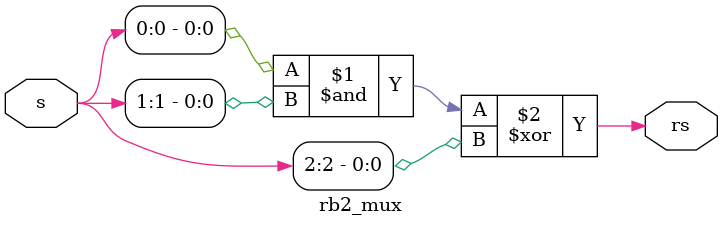
<source format=v>


// Unless required by applicable law or agreed to in writing, software
// distributed under the License is distributed on an "AS IS" BASIS,
// WITHOUT WARRANTIES OR CONDITIONS OF ANY KIND, either express or implied.
// See the License for the specific language governing permissions and
// limitations under the License.
//
//-----------------------------------------------------
// Design Name : rb2_mux
// File Name   : rb2_mux.v
// Function    : recomputing block for bit 3 of sum
// Coder       : Jucemar Monteiro
//-----------------------------------------------------
module  rb2_mux (s, rs);
	parameter n = 3;
	input  [n-1:0]s;
	output  rs;

	assign rs= (s[0] & s[1]) ^ s[2];
endmodule 


</source>
